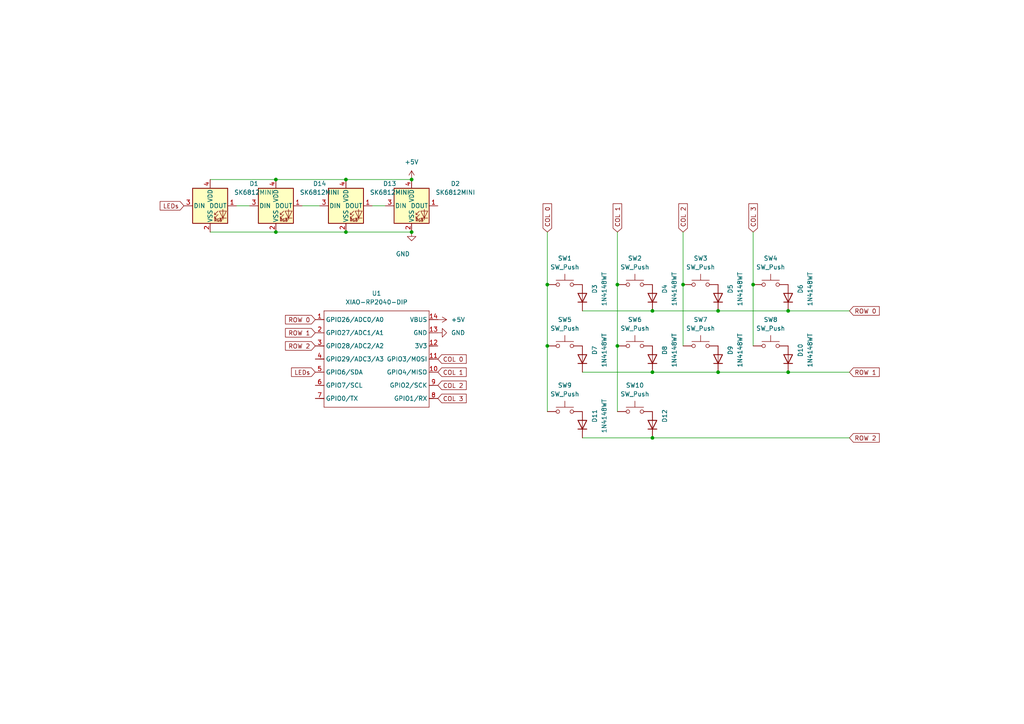
<source format=kicad_sch>
(kicad_sch (version 20250114) (generator "eeschema") (generator_version "9.0")
  (paper "A4")
  (lib_symbols
    (symbol "Diode:1N4148WT" (pin_numbers (hide yes)) (pin_names (hide yes))
      (property "Reference" "D" (at 0 2.54 0))
      (property "Value" "1N4148WT" (at 0 -2.54 0))
      (symbol "1N4148WT_0_1"
        (polyline (pts (xy -1.27 1.27) (xy -1.27 -1.27)) (stroke (width 0.254)))
        (polyline (pts (xy 1.27 1.27) (xy 1.27 -1.27) (xy -1.27 0) (xy 1.27 1.27)) (stroke (width 0.254)))
        (polyline (pts (xy 1.27 0) (xy -1.27 0)))
      )
      (symbol "1N4148WT_1_1"
        (pin passive line (at -3.81 0 0) (length 2.54) (name "K") (number "1"))
        (pin passive line (at 3.81 0 180) (length 2.54) (name "A") (number "2"))
      )
    )
    (symbol "LED:SK6812MINI" (pin_names (offset 0.254))
      (property "Reference" "D" (at 5.08 5.715 0))
      (property "Value" "SK6812MINI" (at 1.27 -5.715 0))
      (symbol "SK6812MINI_0_0"
        (text "RGB" (at 2.286 -4.191 0) (effects (font (size 0.762 0.762))))
      )
      (symbol "SK6812MINI_0_1"
        (polyline (pts (xy 1.27 -2.54) (xy 1.778 -2.54)))
        (polyline (pts (xy 1.27 -3.556) (xy 1.778 -3.556)))
        (polyline (pts (xy 2.286 -1.524) (xy 1.27 -2.54) (xy 1.27 -2.032)))
        (polyline (pts (xy 2.286 -2.54) (xy 1.27 -3.556) (xy 1.27 -3.048)))
        (polyline (pts (xy 3.683 -1.016) (xy 3.683 -3.556) (xy 3.683 -4.064)))
        (polyline (pts (xy 4.699 -1.524) (xy 2.667 -1.524) (xy 3.683 -3.556) (xy 4.699 -1.524)))
        (polyline (pts (xy 4.699 -3.556) (xy 2.667 -3.556)))
        (rectangle (start 5.08 5.08) (end -5.08 -5.08) (stroke (width 0.254)) (fill (type background)))
      )
      (symbol "SK6812MINI_1_1"
        (pin input line (at -7.62 0 0) (length 2.54) (name "DIN") (number "3"))
        (pin power_in line (at 0 7.62 270) (length 2.54) (name "VDD") (number "4"))
        (pin power_in line (at 0 -7.62 90) (length 2.54) (name "VSS") (number "2"))
        (pin output line (at 7.62 0 180) (length 2.54) (name "DOUT") (number "1"))
      )
    )
    (symbol "OPL:XIAO-RP2040-DIP"
      (property "Reference" "U" (at 0 0 0))
      (property "Value" "XIAO-RP2040-DIP" (at 5.334 -1.778 0))
      (symbol "XIAO-RP2040-DIP_1_0"
        (polyline (pts (xy -1.27 -2.54) (xy 29.21 -2.54)) (stroke (width 0.1524)))
        (polyline (pts (xy -1.27 -5.08) (xy -2.54 -5.08)) (stroke (width 0.1524)))
        (polyline (pts (xy -1.27 -5.08) (xy -1.27 -2.54)) (stroke (width 0.1524)))
        (polyline (pts (xy -1.27 -8.89) (xy -2.54 -8.89)) (stroke (width 0.1524)))
        (polyline (pts (xy -1.27 -8.89) (xy -1.27 -5.08)) (stroke (width 0.1524)))
        (polyline (pts (xy -1.27 -12.7) (xy -2.54 -12.7)) (stroke (width 0.1524)))
        (polyline (pts (xy -1.27 -12.7) (xy -1.27 -8.89)) (stroke (width 0.1524)))
        (polyline (pts (xy -1.27 -16.51) (xy -2.54 -16.51)) (stroke (width 0.1524)))
        (polyline (pts (xy -1.27 -16.51) (xy -1.27 -12.7)) (stroke (width 0.1524)))
        (polyline (pts (xy -1.27 -20.32) (xy -2.54 -20.32)) (stroke (width 0.1524)))
        (polyline (pts (xy -1.27 -24.13) (xy -2.54 -24.13)) (stroke (width 0.1524)))
        (polyline (pts (xy -1.27 -27.94) (xy -2.54 -27.94)) (stroke (width 0.1524)))
        (polyline (pts (xy -1.27 -30.48) (xy -1.27 -16.51)) (stroke (width 0.1524)))
        (polyline (pts (xy 29.21 -2.54) (xy 29.21 -5.08)) (stroke (width 0.1524)))
        (polyline (pts (xy 29.21 -5.08) (xy 29.21 -8.89)) (stroke (width 0.1524)))
        (polyline (pts (xy 29.21 -8.89) (xy 29.21 -12.7)) (stroke (width 0.1524)))
        (polyline (pts (xy 29.21 -12.7) (xy 29.21 -30.48)) (stroke (width 0.1524)))
        (polyline (pts (xy 29.21 -30.48) (xy -1.27 -30.48)) (stroke (width 0.1524)))
        (polyline (pts (xy 30.48 -5.08) (xy 29.21 -5.08)) (stroke (width 0.1524)))
        (polyline (pts (xy 30.48 -8.89) (xy 29.21 -8.89)) (stroke (width 0.1524)))
        (polyline (pts (xy 30.48 -12.7) (xy 29.21 -12.7)) (stroke (width 0.1524)))
        (polyline (pts (xy 30.48 -16.51) (xy 29.21 -16.51)) (stroke (width 0.1524)))
        (polyline (pts (xy 30.48 -20.32) (xy 29.21 -20.32)) (stroke (width 0.1524)))
        (polyline (pts (xy 30.48 -24.13) (xy 29.21 -24.13)) (stroke (width 0.1524)))
        (polyline (pts (xy 30.48 -27.94) (xy 29.21 -27.94)) (stroke (width 0.1524)))
        (pin passive line (at -3.81 -5.08 0) (length 2.54) (name "GPIO26/ADC0/A0") (number "1"))
        (pin passive line (at -3.81 -8.89 0) (length 2.54) (name "GPIO27/ADC1/A1") (number "2"))
        (pin passive line (at -3.81 -12.7 0) (length 2.54) (name "GPIO28/ADC2/A2") (number "3"))
        (pin passive line (at -3.81 -16.51 0) (length 2.54) (name "GPIO29/ADC3/A3") (number "4"))
        (pin passive line (at -3.81 -20.32 0) (length 2.54) (name "GPIO6/SDA") (number "5"))
        (pin passive line (at -3.81 -24.13 0) (length 2.54) (name "GPIO7/SCL") (number "6"))
        (pin passive line (at -3.81 -27.94 0) (length 2.54) (name "GPIO0/TX") (number "7"))
        (pin passive line (at 31.75 -5.08 180) (length 2.54) (name "VBUS") (number "14"))
        (pin passive line (at 31.75 -8.89 180) (length 2.54) (name "GND") (number "13"))
        (pin passive line (at 31.75 -12.7 180) (length 2.54) (name "3V3") (number "12"))
        (pin passive line (at 31.75 -16.51 180) (length 2.54) (name "GPIO3/MOSI") (number "11"))
        (pin passive line (at 31.75 -20.32 180) (length 2.54) (name "GPIO4/MISO") (number "10"))
        (pin passive line (at 31.75 -24.13 180) (length 2.54) (name "GPIO2/SCK") (number "9"))
        (pin passive line (at 31.75 -27.94 180) (length 2.54) (name "GPIO1/RX") (number "8"))
      )
    )
    (symbol "Switch:SW_Push" (pin_numbers (hide yes)) (pin_names (offset 1.016) (hide yes))
      (property "Reference" "SW" (at 1.27 2.54 0))
      (property "Value" "SW_Push" (at 0 -1.524 0))
      (symbol "SW_Push_0_1"
        (circle (center -2.032 0) (radius 0.508))
        (polyline (pts (xy 0 1.27) (xy 0 3.048)))
        (circle (center 2.032 0) (radius 0.508))
        (polyline (pts (xy 2.54 1.27) (xy -2.54 1.27)))
        (pin passive line (at -5.08 0 0) (length 2.54) (name "1") (number "1"))
        (pin passive line (at 5.08 0 180) (length 2.54) (name "2") (number "2"))
      )
    )
    (symbol "power:+5V" (power) (pin_numbers (hide yes)) (pin_names (offset 0) (hide yes))
      (property "Value" "+5V" (at 0 3.556 0))
      (symbol "+5V_0_1"
        (polyline (pts (xy -0.762 1.27) (xy 0 2.54)))
        (polyline (pts (xy 0 2.54) (xy 0.762 1.27)))
        (polyline (pts (xy 0 0) (xy 0 2.54)))
      )
      (symbol "+5V_1_1"
        (pin power_in line (at 0 0 90) (length 0) (name "~") (number "1"))
      )
    )
    (symbol "power:GND" (power) (pin_numbers (hide yes)) (pin_names (offset 0) (hide yes))
      (property "Value" "GND" (at 0 -3.81 0))
      (symbol "GND_0_1"
        (polyline (pts (xy 0 0) (xy 0 -1.27) (xy 1.27 -1.27) (xy 0 -2.54) (xy -1.27 -1.27) (xy 0 -1.27)))
      )
      (symbol "GND_1_1"
        (pin power_in line (at 0 0 270) (length 0) (name "~") (number "1"))
      )
    )
  )
  (junction (at 179.07 82.55))
  (junction (at 80.01 52.07))
  (junction (at 179.07 100.33))
  (junction (at 80.01 67.31))
  (junction (at 119.38 67.31))
  (junction (at 228.6 107.95))
  (junction (at 119.38 52.07))
  (junction (at 208.28 107.95))
  (junction (at 189.23 127))
  (junction (at 218.44 82.55))
  (junction (at 198.12 82.55))
  (junction (at 208.28 90.17))
  (junction (at 189.23 90.17))
  (junction (at 158.75 100.33))
  (junction (at 228.6 90.17))
  (junction (at 158.75 82.55))
  (junction (at 100.33 67.31))
  (junction (at 189.23 107.95))
  (junction (at 100.33 52.07))
  (wire (pts (xy 228.6 107.95) (xy 246.38 107.95)))
  (wire (pts (xy 87.63 59.69) (xy 92.71 59.69)))
  (wire (pts (xy 80.01 52.07) (xy 100.33 52.07)))
  (wire (pts (xy 198.12 67.31) (xy 198.12 82.55)))
  (wire (pts (xy 168.91 107.95) (xy 189.23 107.95)))
  (wire (pts (xy 60.96 67.31) (xy 80.01 67.31)))
  (wire (pts (xy 60.96 52.07) (xy 80.01 52.07)))
  (wire (pts (xy 107.95 59.69) (xy 111.76 59.69)))
  (wire (pts (xy 246.38 90.17) (xy 228.6 90.17)))
  (wire (pts (xy 208.28 90.17) (xy 228.6 90.17)))
  (wire (pts (xy 189.23 127) (xy 246.38 127)))
  (wire (pts (xy 68.58 59.69) (xy 72.39 59.69)))
  (wire (pts (xy 158.75 100.33) (xy 158.75 119.38)))
  (wire (pts (xy 119.38 52.07) (xy 100.33 52.07)))
  (wire (pts (xy 179.07 67.31) (xy 179.07 82.55)))
  (wire (pts (xy 198.12 82.55) (xy 198.12 100.33)))
  (wire (pts (xy 179.07 100.33) (xy 179.07 119.38)))
  (wire (pts (xy 189.23 107.95) (xy 208.28 107.95)))
  (wire (pts (xy 189.23 90.17) (xy 208.28 90.17)))
  (wire (pts (xy 208.28 107.95) (xy 228.6 107.95)))
  (wire (pts (xy 119.38 67.31) (xy 100.33 67.31)))
  (wire (pts (xy 218.44 67.31) (xy 218.44 82.55)))
  (wire (pts (xy 168.91 90.17) (xy 189.23 90.17)))
  (wire (pts (xy 218.44 82.55) (xy 218.44 100.33)))
  (wire (pts (xy 158.75 82.55) (xy 158.75 100.33)))
  (wire (pts (xy 80.01 67.31) (xy 100.33 67.31)))
  (wire (pts (xy 168.91 127) (xy 189.23 127)))
  (wire (pts (xy 179.07 82.55) (xy 179.07 100.33)))
  (wire (pts (xy 158.75 67.31) (xy 158.75 82.55)))
  (global_label "COL 3" (shape input) (at 127 115.57 0) (property "Intersheetrefs" "${INTERSHEET_REFS}" (effects (hide yes))))
  (global_label "COL 1" (shape input) (at 127 107.95 0) (property "Intersheetrefs" "${INTERSHEET_REFS}" (effects (hide yes))))
  (global_label "LEDs" (shape input) (at 91.44 107.95 180) (property "Intersheetrefs" "${INTERSHEET_REFS}" (effects (hide yes))))
  (global_label "COL 2" (shape input) (at 198.12 67.31 90) (property "Intersheetrefs" "${INTERSHEET_REFS}" (effects (hide yes))))
  (global_label "COL 1" (shape input) (at 179.07 67.31 90) (property "Intersheetrefs" "${INTERSHEET_REFS}" (effects (hide yes))))
  (global_label "ROW 0" (shape input) (at 246.38 90.17 0) (property "Intersheetrefs" "${INTERSHEET_REFS}" (effects (hide yes))))
  (global_label "ROW 2" (shape input) (at 246.38 127 0) (property "Intersheetrefs" "${INTERSHEET_REFS}" (effects (hide yes))))
  (global_label "COL 3" (shape input) (at 218.44 67.31 90) (property "Intersheetrefs" "${INTERSHEET_REFS}" (effects (hide yes))))
  (global_label "LEDs" (shape input) (at 53.34 59.69 180) (property "Intersheetrefs" "${INTERSHEET_REFS}" (effects (hide yes))))
  (global_label "COL 0" (shape input) (at 158.75 67.31 90) (property "Intersheetrefs" "${INTERSHEET_REFS}" (effects (hide yes))))
  (global_label "COL 0" (shape input) (at 127 104.14 0) (property "Intersheetrefs" "${INTERSHEET_REFS}" (effects (hide yes))))
  (global_label "ROW 1" (shape input) (at 246.38 107.95 0) (property "Intersheetrefs" "${INTERSHEET_REFS}" (effects (hide yes))))
  (global_label "ROW 0" (shape input) (at 91.44 92.71 180) (property "Intersheetrefs" "${INTERSHEET_REFS}" (effects (hide yes))))
  (global_label "COL 2" (shape input) (at 127 111.76 0) (property "Intersheetrefs" "${INTERSHEET_REFS}" (effects (hide yes))))
  (global_label "ROW 1" (shape input) (at 91.44 96.52 180) (property "Intersheetrefs" "${INTERSHEET_REFS}" (effects (hide yes))))
  (global_label "ROW 2" (shape input) (at 91.44 100.33 180) (property "Intersheetrefs" "${INTERSHEET_REFS}" (effects (hide yes))))
  (symbol (lib_id "Switch:SW_Push") (at 184.15 100.33 0) (unit 1)
    (property "Reference" "SW6" (at 184.15 92.71 0))
    (property "Value" "SW_Push" (at 184.15 95.25 0))
    (property "Footprint" "Button_Switch_Keyboard:SW_Cherry_MX_1.00u_PCB" (effects (hide yes)))
    (property "Description" "Push button switch, generic, two pins" (effects (hide yes)))
  )
  (symbol (lib_id "power:+5V") (at 119.38 52.07 0) (unit 1)
    (property "Reference" "#PWR05" (effects (hide yes)))
    (property "Value" "+5V" (at 119.38 46.99 0))
    (property "Description" "Power symbol creates a global label with name \"+5V\"" (effects (hide yes)))
  )
  (symbol (lib_id "power:+5V") (at 127 92.71 270) (unit 1)
    (property "Reference" "#PWR04" (effects (hide yes)))
    (property "Value" "+5V" (at 130.81 92.7099 90) (effects (justify left)))
    (property "Description" "Power symbol creates a global label with name \"+5V\"" (effects (hide yes)))
  )
  (symbol (lib_id "Diode:1N4148WT") (at 228.6 86.36 90) (unit 1)
    (property "Reference" "D6" (at 232.156 83.82 0))
    (property "Value" "1N4148WT" (at 234.95 83.82 0))
    (property "Footprint" "Diode_SMD:D_SOD-523" (effects (hide yes)))
    (property "Datasheet" "https://www.diodes.com/assets/Datasheets/ds30396.pdf" (effects (hide yes)))
    (property "Description" "75V 0.15A Fast switching Diode, SOD-523" (effects (hide yes)))
    (property "Sim.Device" "D" (effects (hide yes)))
    (property "Sim.Pins" "1=K 2=A" (effects (hide yes)))
  )
  (symbol (lib_id "Switch:SW_Push") (at 163.83 119.38 0) (unit 1)
    (property "Reference" "SW9" (at 163.83 111.76 0))
    (property "Value" "SW_Push" (at 163.83 114.3 0))
    (property "Footprint" "Button_Switch_Keyboard:SW_Cherry_MX_1.00u_PCB" (effects (hide yes)))
    (property "Description" "Push button switch, generic, two pins" (effects (hide yes)))
  )
  (symbol (lib_id "Switch:SW_Push") (at 223.52 100.33 0) (unit 1)
    (property "Reference" "SW8" (at 223.52 92.71 0))
    (property "Value" "SW_Push" (at 223.52 95.25 0))
    (property "Footprint" "Button_Switch_Keyboard:SW_Cherry_MX_1.00u_PCB" (effects (hide yes)))
    (property "Description" "Push button switch, generic, two pins" (effects (hide yes)))
  )
  (symbol (lib_id "Switch:SW_Push") (at 203.2 82.55 0) (unit 1)
    (property "Reference" "SW3" (at 203.2 74.93 0))
    (property "Value" "SW_Push" (at 203.2 77.47 0))
    (property "Footprint" "Button_Switch_Keyboard:SW_Cherry_MX_1.00u_PCB" (effects (hide yes)))
    (property "Description" "Push button switch, generic, two pins" (effects (hide yes)))
  )
  (symbol (lib_id "Diode:1N4148WT") (at 208.28 86.36 90) (unit 1)
    (property "Reference" "D5" (at 211.836 83.82 0))
    (property "Value" "1N4148WT" (at 214.63 83.82 0))
    (property "Footprint" "Diode_SMD:D_SOD-523" (effects (hide yes)))
    (property "Datasheet" "https://www.diodes.com/assets/Datasheets/ds30396.pdf" (effects (hide yes)))
    (property "Description" "75V 0.15A Fast switching Diode, SOD-523" (effects (hide yes)))
    (property "Sim.Device" "D" (effects (hide yes)))
    (property "Sim.Pins" "1=K 2=A" (effects (hide yes)))
  )
  (symbol (lib_id "LED:SK6812MINI") (at 119.38 59.69 0) (unit 1)
    (property "Reference" "D2" (at 132.08 53.2698 0))
    (property "Value" "SK6812MINI" (at 132.08 55.8098 0))
    (property "Footprint" "LED_SMD:LED_SK6812MINI_PLCC4_3.5x3.5mm_P1.75mm" (effects (hide yes)))
    (property "Datasheet" "https://cdn-shop.adafruit.com/product-files/2686/SK6812MINI_REV.01-1-2.pdf" (effects (hide yes)))
    (property "Description" "RGB LED with integrated controller" (effects (hide yes)))
  )
  (symbol (lib_id "Diode:1N4148WT") (at 189.23 104.14 90) (unit 1)
    (property "Reference" "D8" (at 192.786 101.6 0))
    (property "Value" "1N4148WT" (at 195.58 101.6 0))
    (property "Footprint" "Diode_SMD:D_SOD-523" (effects (hide yes)))
    (property "Datasheet" "https://www.diodes.com/assets/Datasheets/ds30396.pdf" (effects (hide yes)))
    (property "Description" "75V 0.15A Fast switching Diode, SOD-523" (effects (hide yes)))
    (property "Sim.Device" "D" (effects (hide yes)))
    (property "Sim.Pins" "1=K 2=A" (effects (hide yes)))
  )
  (symbol (lib_id "Diode:1N4148WT") (at 168.91 86.36 90) (unit 1)
    (property "Reference" "D3" (at 172.466 83.82 0))
    (property "Value" "1N4148WT" (at 175.26 83.82 0))
    (property "Footprint" "Diode_SMD:D_SOD-523" (effects (hide yes)))
    (property "Datasheet" "https://www.diodes.com/assets/Datasheets/ds30396.pdf" (effects (hide yes)))
    (property "Description" "75V 0.15A Fast switching Diode, SOD-523" (effects (hide yes)))
    (property "Sim.Device" "D" (effects (hide yes)))
    (property "Sim.Pins" "1=K 2=A" (effects (hide yes)))
  )
  (symbol (lib_id "Diode:1N4148WT") (at 189.23 86.36 90) (unit 1)
    (property "Reference" "D4" (at 192.786 83.82 0))
    (property "Value" "1N4148WT" (at 195.58 83.82 0))
    (property "Footprint" "Diode_SMD:D_SOD-523" (effects (hide yes)))
    (property "Datasheet" "https://www.diodes.com/assets/Datasheets/ds30396.pdf" (effects (hide yes)))
    (property "Description" "75V 0.15A Fast switching Diode, SOD-523" (effects (hide yes)))
    (property "Sim.Device" "D" (effects (hide yes)))
    (property "Sim.Pins" "1=K 2=A" (effects (hide yes)))
  )
  (symbol (lib_id "Diode:1N4148WT") (at 168.91 104.14 90) (unit 1)
    (property "Reference" "D7" (at 172.466 101.6 0))
    (property "Value" "1N4148WT" (at 175.26 101.6 0))
    (property "Footprint" "Diode_SMD:D_SOD-523" (effects (hide yes)))
    (property "Datasheet" "https://www.diodes.com/assets/Datasheets/ds30396.pdf" (effects (hide yes)))
    (property "Description" "75V 0.15A Fast switching Diode, SOD-523" (effects (hide yes)))
    (property "Sim.Device" "D" (effects (hide yes)))
    (property "Sim.Pins" "1=K 2=A" (effects (hide yes)))
  )
  (symbol (lib_id "Switch:SW_Push") (at 223.52 82.55 0) (unit 1)
    (property "Reference" "SW4" (at 223.52 74.93 0))
    (property "Value" "SW_Push" (at 223.52 77.47 0))
    (property "Footprint" "Button_Switch_Keyboard:SW_Cherry_MX_1.00u_PCB" (effects (hide yes)))
    (property "Description" "Push button switch, generic, two pins" (effects (hide yes)))
  )
  (symbol (lib_id "Switch:SW_Push") (at 163.83 100.33 0) (unit 1)
    (property "Reference" "SW5" (at 163.83 92.71 0))
    (property "Value" "SW_Push" (at 163.83 95.25 0))
    (property "Footprint" "Button_Switch_Keyboard:SW_Cherry_MX_1.00u_PCB" (effects (hide yes)))
    (property "Description" "Push button switch, generic, two pins" (effects (hide yes)))
  )
  (symbol (lib_id "LED:SK6812MINI") (at 60.96 59.69 0) (unit 1)
    (property "Reference" "D1" (at 73.66 53.2698 0))
    (property "Value" "SK6812MINI" (at 73.66 55.8098 0))
    (property "Footprint" "LED_SMD:LED_SK6812MINI_PLCC4_3.5x3.5mm_P1.75mm" (effects (hide yes)))
    (property "Datasheet" "https://cdn-shop.adafruit.com/product-files/2686/SK6812MINI_REV.01-1-2.pdf" (effects (hide yes)))
    (property "Description" "RGB LED with integrated controller" (effects (hide yes)))
  )
  (symbol (lib_id "Switch:SW_Push") (at 184.15 82.55 0) (unit 1)
    (property "Reference" "SW2" (at 184.15 74.93 0))
    (property "Value" "SW_Push" (at 184.15 77.47 0))
    (property "Footprint" "Button_Switch_Keyboard:SW_Cherry_MX_1.00u_PCB" (effects (hide yes)))
    (property "Description" "Push button switch, generic, two pins" (effects (hide yes)))
  )
  (symbol (lib_id "power:GND") (at 119.38 67.31 0) (unit 1)
    (property "Reference" "#PWR01" (effects (hide yes)))
    (property "Value" "GND" (at 116.84 73.66 0))
    (property "Description" "Power symbol creates a global label with name \"GND\" , ground" (effects (hide yes)))
  )
  (symbol (lib_id "OPL:XIAO-RP2040-DIP") (at 95.25 87.63 0) (unit 1)
    (property "Reference" "U1" (at 109.22 85.09 0))
    (property "Value" "XIAO-RP2040-DIP" (at 109.22 87.63 0))
    (property "Footprint" "OPL:XIAO-RP2040-DIP" (effects (hide yes)))
  )
  (symbol (lib_id "power:GND") (at 127 96.52 90) (unit 1)
    (property "Reference" "#PWR03" (effects (hide yes)))
    (property "Value" "GND" (at 130.81 96.5199 90) (effects (justify right)))
    (property "Description" "Power symbol creates a global label with name \"GND\" , ground" (effects (hide yes)))
  )
  (symbol (lib_id "Diode:1N4148WT") (at 208.28 104.14 90) (unit 1)
    (property "Reference" "D9" (at 211.836 101.6 0))
    (property "Value" "1N4148WT" (at 214.63 101.6 0))
    (property "Footprint" "Diode_SMD:D_SOD-523" (effects (hide yes)))
    (property "Datasheet" "https://www.diodes.com/assets/Datasheets/ds30396.pdf" (effects (hide yes)))
    (property "Description" "75V 0.15A Fast switching Diode, SOD-523" (effects (hide yes)))
    (property "Sim.Device" "D" (effects (hide yes)))
    (property "Sim.Pins" "1=K 2=A" (effects (hide yes)))
  )
  (symbol (lib_id "Diode:1N4148WT") (at 189.23 123.19 90) (unit 1)
    (property "Reference" "D12" (at 192.786 120.65 0))
    (property "Value" "1N4148WT" (effects (hide yes)))
    (property "Footprint" "Diode_SMD:D_SOD-523" (effects (hide yes)))
    (property "Datasheet" "https://www.diodes.com/assets/Datasheets/ds30396.pdf" (effects (hide yes)))
    (property "Description" "75V 0.15A Fast switching Diode, SOD-523" (effects (hide yes)))
    (property "Sim.Device" "D" (effects (hide yes)))
    (property "Sim.Pins" "1=K 2=A" (effects (hide yes)))
  )
  (symbol (lib_id "Diode:1N4148WT") (at 228.6 104.14 90) (unit 1)
    (property "Reference" "D10" (at 232.156 101.6 0))
    (property "Value" "1N4148WT" (at 234.95 101.6 0))
    (property "Footprint" "Diode_SMD:D_SOD-523" (effects (hide yes)))
    (property "Datasheet" "https://www.diodes.com/assets/Datasheets/ds30396.pdf" (effects (hide yes)))
    (property "Description" "75V 0.15A Fast switching Diode, SOD-523" (effects (hide yes)))
    (property "Sim.Device" "D" (effects (hide yes)))
    (property "Sim.Pins" "1=K 2=A" (effects (hide yes)))
  )
  (symbol (lib_id "Diode:1N4148WT") (at 168.91 123.19 90) (unit 1)
    (property "Reference" "D11" (at 172.466 120.65 0))
    (property "Value" "1N4148WT" (at 175.26 120.65 0))
    (property "Footprint" "Diode_SMD:D_SOD-523" (effects (hide yes)))
    (property "Datasheet" "https://www.diodes.com/assets/Datasheets/ds30396.pdf" (effects (hide yes)))
    (property "Description" "75V 0.15A Fast switching Diode, SOD-523" (effects (hide yes)))
    (property "Sim.Device" "D" (effects (hide yes)))
    (property "Sim.Pins" "1=K 2=A" (effects (hide yes)))
  )
  (symbol (lib_id "Switch:SW_Push") (at 203.2 100.33 0) (unit 1)
    (property "Reference" "SW7" (at 203.2 92.71 0))
    (property "Value" "SW_Push" (at 203.2 95.25 0))
    (property "Footprint" "Button_Switch_Keyboard:SW_Cherry_MX_1.00u_PCB" (effects (hide yes)))
    (property "Description" "Push button switch, generic, two pins" (effects (hide yes)))
  )
  (symbol (lib_id "LED:SK6812MINI") (at 100.33 59.69 0) (unit 1)
    (property "Reference" "D13" (at 113.03 53.2698 0))
    (property "Value" "SK6812MINI" (at 113.03 55.8098 0))
    (property "Footprint" "LED_SMD:LED_SK6812MINI_PLCC4_3.5x3.5mm_P1.75mm" (effects (hide yes)))
    (property "Datasheet" "https://cdn-shop.adafruit.com/product-files/2686/SK6812MINI_REV.01-1-2.pdf" (effects (hide yes)))
    (property "Description" "RGB LED with integrated controller" (effects (hide yes)))
  )
  (symbol (lib_id "Switch:SW_Push") (at 163.83 82.55 0) (unit 1)
    (property "Reference" "SW1" (at 163.83 74.93 0))
    (property "Value" "SW_Push" (at 163.83 77.47 0))
    (property "Footprint" "Button_Switch_Keyboard:SW_Cherry_MX_1.00u_PCB" (effects (hide yes)))
    (property "Description" "Push button switch, generic, two pins" (effects (hide yes)))
  )
  (symbol (lib_id "Switch:SW_Push") (at 184.15 119.38 0) (unit 1)
    (property "Reference" "SW10" (at 184.15 111.76 0))
    (property "Value" "SW_Push" (at 184.15 114.3 0))
    (property "Footprint" "Button_Switch_Keyboard:SW_Cherry_MX_1.00u_PCB" (effects (hide yes)))
    (property "Description" "Push button switch, generic, two pins" (effects (hide yes)))
  )
  (symbol (lib_id "LED:SK6812MINI") (at 80.01 59.69 0) (unit 1)
    (property "Reference" "D14" (at 92.71 53.2698 0))
    (property "Value" "SK6812MINI" (at 92.71 55.8098 0))
    (property "Footprint" "LED_SMD:LED_SK6812MINI_PLCC4_3.5x3.5mm_P1.75mm" (effects (hide yes)))
    (property "Datasheet" "https://cdn-shop.adafruit.com/product-files/2686/SK6812MINI_REV.01-1-2.pdf" (effects (hide yes)))
    (property "Description" "RGB LED with integrated controller" (effects (hide yes)))
  )
)
</source>
